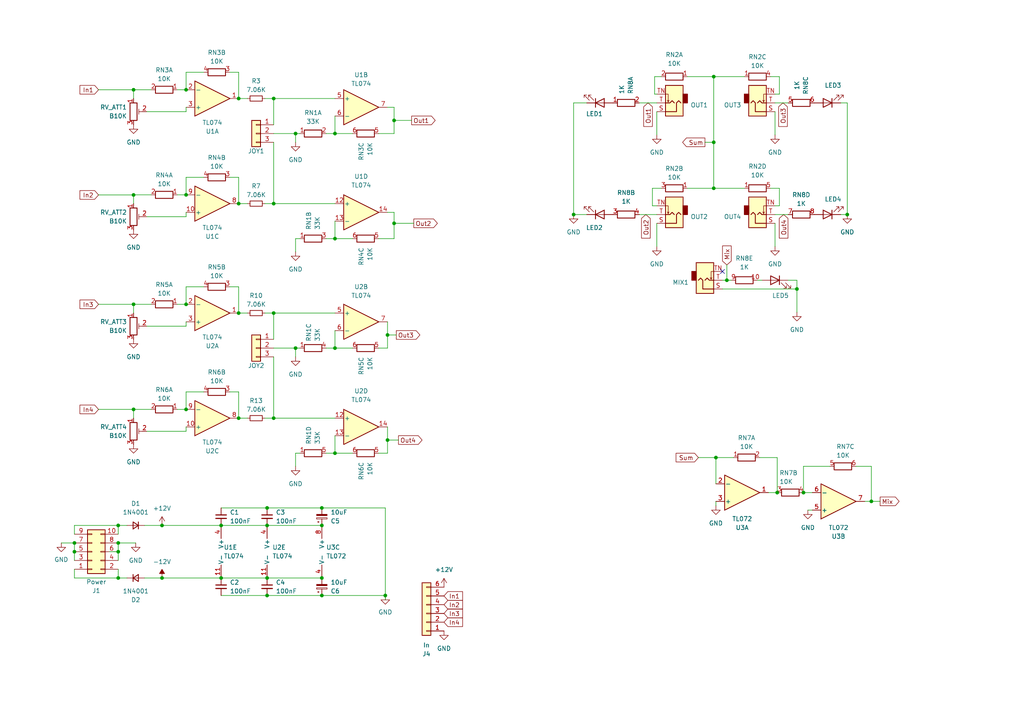
<source format=kicad_sch>
(kicad_sch (version 20230121) (generator eeschema)
  (paper "A4")
  (lib_symbols
    (symbol "Amplifier_Operational:TL072" (pin_names (offset 0.127))
      (property "Reference" "U" (at 0 5.08 0))
      (property "Value" "TL072" (at 0 -5.08 0))
      (symbol "TL072_1_1"
        (polyline (pts (xy -5.08 5.08) (xy 5.08 0) (xy -5.08 -5.08) (xy -5.08 5.08)) (stroke (width 0.254)) (fill (type background)))
        (pin output line (at 7.62 0 180) (length 2.54) (name "~") (number "1"))
        (pin input line (at -7.62 -2.54 0) (length 2.54) (name "-") (number "2"))
        (pin input line (at -7.62 2.54 0) (length 2.54) (name "+") (number "3"))
      )
      (symbol "TL072_2_1"
        (polyline (pts (xy -5.08 5.08) (xy 5.08 0) (xy -5.08 -5.08) (xy -5.08 5.08)) (stroke (width 0.254)) (fill (type background)))
        (pin input line (at -7.62 2.54 0) (length 2.54) (name "+") (number "5"))
        (pin input line (at -7.62 -2.54 0) (length 2.54) (name "-") (number "6"))
        (pin output line (at 7.62 0 180) (length 2.54) (name "~") (number "7"))
      )
      (symbol "TL072_3_1"
        (pin power_in line (at -2.54 -7.62 90) (length 3.81) (name "V-") (number "4"))
        (pin power_in line (at -2.54 7.62 270) (length 3.81) (name "V+") (number "8"))
      )
    )
    (symbol "Amplifier_Operational:TL074" (pin_names (offset 0.127))
      (property "Reference" "U" (at 0 5.08 0))
      (property "Value" "TL074" (at 0 -5.08 0))
      (symbol "TL074_1_1"
        (polyline (pts (xy -5.08 5.08) (xy 5.08 0) (xy -5.08 -5.08) (xy -5.08 5.08)) (stroke (width 0.254)) (fill (type background)))
        (pin output line (at 7.62 0 180) (length 2.54) (name "~") (number "1"))
        (pin input line (at -7.62 -2.54 0) (length 2.54) (name "-") (number "2"))
        (pin input line (at -7.62 2.54 0) (length 2.54) (name "+") (number "3"))
      )
      (symbol "TL074_2_1"
        (polyline (pts (xy -5.08 5.08) (xy 5.08 0) (xy -5.08 -5.08) (xy -5.08 5.08)) (stroke (width 0.254)) (fill (type background)))
        (pin input line (at -7.62 2.54 0) (length 2.54) (name "+") (number "5"))
        (pin input line (at -7.62 -2.54 0) (length 2.54) (name "-") (number "6"))
        (pin output line (at 7.62 0 180) (length 2.54) (name "~") (number "7"))
      )
      (symbol "TL074_3_1"
        (polyline (pts (xy -5.08 5.08) (xy 5.08 0) (xy -5.08 -5.08) (xy -5.08 5.08)) (stroke (width 0.254)) (fill (type background)))
        (pin input line (at -7.62 2.54 0) (length 2.54) (name "+") (number "10"))
        (pin output line (at 7.62 0 180) (length 2.54) (name "~") (number "8"))
        (pin input line (at -7.62 -2.54 0) (length 2.54) (name "-") (number "9"))
      )
      (symbol "TL074_4_1"
        (polyline (pts (xy -5.08 5.08) (xy 5.08 0) (xy -5.08 -5.08) (xy -5.08 5.08)) (stroke (width 0.254)) (fill (type background)))
        (pin input line (at -7.62 2.54 0) (length 2.54) (name "+") (number "12"))
        (pin input line (at -7.62 -2.54 0) (length 2.54) (name "-") (number "13"))
        (pin output line (at 7.62 0 180) (length 2.54) (name "~") (number "14"))
      )
      (symbol "TL074_5_1"
        (pin power_in line (at -2.54 -7.62 90) (length 3.81) (name "V-") (number "11"))
        (pin power_in line (at -2.54 7.62 270) (length 3.81) (name "V+") (number "4"))
      )
    )
    (symbol "Connector_Audio:AudioJack2_SwitchT"
      (property "Reference" "J" (at 0 8.89 0))
      (property "Value" "AudioJack2_SwitchT" (at 0 6.35 0))
      (symbol "AudioJack2_SwitchT_0_1"
        (rectangle (start -2.54 0) (end -3.81 -2.54) (stroke (width 0.254)) (fill (type outline)))
        (polyline (pts (xy 1.778 -0.254) (xy 2.032 -0.762)))
        (polyline (pts (xy 0 0) (xy 0.635 -0.635) (xy 1.27 0) (xy 2.54 0)) (stroke (width 0.254)))
        (polyline (pts (xy 2.54 -2.54) (xy 1.778 -2.54) (xy 1.778 -0.254) (xy 1.524 -0.762)))
        (polyline (pts (xy 2.54 2.54) (xy -0.635 2.54) (xy -0.635 0) (xy -1.27 -0.635) (xy -1.905 0)) (stroke (width 0.254)))
        (rectangle (start 2.54 3.81) (end -2.54 -5.08) (stroke (width 0.254)) (fill (type background)))
      )
      (symbol "AudioJack2_SwitchT_1_1"
        (pin passive line (at 5.08 2.54 180) (length 2.54) (name "~") (number "S"))
        (pin passive line (at 5.08 0 180) (length 2.54) (name "~") (number "T"))
        (pin passive line (at 5.08 -2.54 180) (length 2.54) (name "~") (number "TN"))
      )
    )
    (symbol "Connector_Generic:Conn_01x03" (pin_names (offset 1.016) hide)
      (property "Reference" "J" (at 0 5.08 0))
      (property "Value" "Conn_01x03" (at 0 -5.08 0))
      (symbol "Conn_01x03_1_1"
        (rectangle (start -1.27 -2.413) (end 0 -2.667) (stroke (width 0.1524)))
        (rectangle (start -1.27 0.127) (end 0 -0.127) (stroke (width 0.1524)))
        (rectangle (start -1.27 2.667) (end 0 2.413) (stroke (width 0.1524)))
        (rectangle (start -1.27 3.81) (end 1.27 -3.81) (stroke (width 0.254)) (fill (type background)))
        (pin passive line (at -5.08 2.54 0) (length 3.81) (name "Pin_1") (number "1"))
        (pin passive line (at -5.08 0 0) (length 3.81) (name "Pin_2") (number "2"))
        (pin passive line (at -5.08 -2.54 0) (length 3.81) (name "Pin_3") (number "3"))
      )
    )
    (symbol "Connector_Generic:Conn_01x06" (pin_names (offset 1.016) hide)
      (property "Reference" "J" (at 0 7.62 0))
      (property "Value" "Conn_01x06" (at 0 -10.16 0))
      (symbol "Conn_01x06_1_1"
        (rectangle (start -1.27 -7.493) (end 0 -7.747) (stroke (width 0.1524)))
        (rectangle (start -1.27 -4.953) (end 0 -5.207) (stroke (width 0.1524)))
        (rectangle (start -1.27 -2.413) (end 0 -2.667) (stroke (width 0.1524)))
        (rectangle (start -1.27 0.127) (end 0 -0.127) (stroke (width 0.1524)))
        (rectangle (start -1.27 2.667) (end 0 2.413) (stroke (width 0.1524)))
        (rectangle (start -1.27 5.207) (end 0 4.953) (stroke (width 0.1524)))
        (rectangle (start -1.27 6.35) (end 1.27 -8.89) (stroke (width 0.254)) (fill (type background)))
        (pin passive line (at -5.08 5.08 0) (length 3.81) (name "Pin_1") (number "1"))
        (pin passive line (at -5.08 2.54 0) (length 3.81) (name "Pin_2") (number "2"))
        (pin passive line (at -5.08 0 0) (length 3.81) (name "Pin_3") (number "3"))
        (pin passive line (at -5.08 -2.54 0) (length 3.81) (name "Pin_4") (number "4"))
        (pin passive line (at -5.08 -5.08 0) (length 3.81) (name "Pin_5") (number "5"))
        (pin passive line (at -5.08 -7.62 0) (length 3.81) (name "Pin_6") (number "6"))
      )
    )
    (symbol "Connector_Generic:Conn_02x05_Odd_Even" (pin_names (offset 1.016) hide)
      (property "Reference" "J" (at 1.27 7.62 0))
      (property "Value" "Conn_02x05_Odd_Even" (at 1.27 -7.62 0))
      (symbol "Conn_02x05_Odd_Even_1_1"
        (rectangle (start -1.27 -4.953) (end 0 -5.207) (stroke (width 0.1524)))
        (rectangle (start -1.27 -2.413) (end 0 -2.667) (stroke (width 0.1524)))
        (rectangle (start -1.27 0.127) (end 0 -0.127) (stroke (width 0.1524)))
        (rectangle (start -1.27 2.667) (end 0 2.413) (stroke (width 0.1524)))
        (rectangle (start -1.27 5.207) (end 0 4.953) (stroke (width 0.1524)))
        (rectangle (start -1.27 6.35) (end 3.81 -6.35) (stroke (width 0.254)) (fill (type background)))
        (rectangle (start 3.81 -4.953) (end 2.54 -5.207) (stroke (width 0.1524)))
        (rectangle (start 3.81 -2.413) (end 2.54 -2.667) (stroke (width 0.1524)))
        (rectangle (start 3.81 0.127) (end 2.54 -0.127) (stroke (width 0.1524)))
        (rectangle (start 3.81 2.667) (end 2.54 2.413) (stroke (width 0.1524)))
        (rectangle (start 3.81 5.207) (end 2.54 4.953) (stroke (width 0.1524)))
        (pin passive line (at -5.08 5.08 0) (length 3.81) (name "Pin_1") (number "1"))
        (pin passive line (at 7.62 -5.08 180) (length 3.81) (name "Pin_10") (number "10"))
        (pin passive line (at 7.62 5.08 180) (length 3.81) (name "Pin_2") (number "2"))
        (pin passive line (at -5.08 2.54 0) (length 3.81) (name "Pin_3") (number "3"))
        (pin passive line (at 7.62 2.54 180) (length 3.81) (name "Pin_4") (number "4"))
        (pin passive line (at -5.08 0 0) (length 3.81) (name "Pin_5") (number "5"))
        (pin passive line (at 7.62 0 180) (length 3.81) (name "Pin_6") (number "6"))
        (pin passive line (at -5.08 -2.54 0) (length 3.81) (name "Pin_7") (number "7"))
        (pin passive line (at 7.62 -2.54 180) (length 3.81) (name "Pin_8") (number "8"))
        (pin passive line (at -5.08 -5.08 0) (length 3.81) (name "Pin_9") (number "9"))
      )
    )
    (symbol "Device:C_Polarized_Small" (pin_numbers hide) (pin_names (offset 0.254) hide)
      (property "Reference" "C" (at 0.254 1.778 0))
      (property "Value" "C_Polarized_Small" (at 0.254 -2.032 0))
      (symbol "C_Polarized_Small_0_1"
        (rectangle (start -1.524 -0.3048) (end 1.524 -0.6858) (fill (type outline)))
        (rectangle (start -1.524 0.6858) (end 1.524 0.3048))
        (polyline (pts (xy -1.27 1.524) (xy -0.762 1.524)))
        (polyline (pts (xy -1.016 1.27) (xy -1.016 1.778)))
      )
      (symbol "C_Polarized_Small_1_1"
        (pin passive line (at 0 2.54 270) (length 1.8542) (name "~") (number "1"))
        (pin passive line (at 0 -2.54 90) (length 1.8542) (name "~") (number "2"))
      )
    )
    (symbol "Device:C_Small" (pin_numbers hide) (pin_names (offset 0.254) hide)
      (property "Reference" "C" (at 0.254 1.778 0))
      (property "Value" "C_Small" (at 0.254 -2.032 0))
      (symbol "C_Small_0_1"
        (polyline (pts (xy -1.524 -0.508) (xy 1.524 -0.508)) (stroke (width 0.3302)))
        (polyline (pts (xy -1.524 0.508) (xy 1.524 0.508)) (stroke (width 0.3048)))
      )
      (symbol "C_Small_1_1"
        (pin passive line (at 0 2.54 270) (length 2.032) (name "~") (number "1"))
        (pin passive line (at 0 -2.54 90) (length 2.032) (name "~") (number "2"))
      )
    )
    (symbol "Device:D_Small" (pin_numbers hide) (pin_names (offset 0.254) hide)
      (property "Reference" "D" (at -1.27 2.032 0))
      (property "Value" "D_Small" (at -3.81 -2.032 0))
      (symbol "D_Small_0_1"
        (polyline (pts (xy -0.762 -1.016) (xy -0.762 1.016)) (stroke (width 0.254)))
        (polyline (pts (xy -0.762 0) (xy 0.762 0)))
        (polyline (pts (xy 0.762 -1.016) (xy -0.762 0) (xy 0.762 1.016) (xy 0.762 -1.016)) (stroke (width 0.254)))
      )
      (symbol "D_Small_1_1"
        (pin passive line (at -2.54 0 0) (length 1.778) (name "K") (number "1"))
        (pin passive line (at 2.54 0 180) (length 1.778) (name "A") (number "2"))
      )
    )
    (symbol "Device:LED" (pin_numbers hide) (pin_names (offset 1.016) hide)
      (property "Reference" "D" (at 0 2.54 0))
      (property "Value" "LED" (at 0 -2.54 0))
      (symbol "LED_0_1"
        (polyline (pts (xy -1.27 -1.27) (xy -1.27 1.27)) (stroke (width 0.254)))
        (polyline (pts (xy -1.27 0) (xy 1.27 0)))
        (polyline (pts (xy 1.27 -1.27) (xy 1.27 1.27) (xy -1.27 0) (xy 1.27 -1.27)) (stroke (width 0.254)))
        (polyline (pts (xy -3.048 -0.762) (xy -4.572 -2.286) (xy -3.81 -2.286) (xy -4.572 -2.286) (xy -4.572 -1.524)))
        (polyline (pts (xy -1.778 -0.762) (xy -3.302 -2.286) (xy -2.54 -2.286) (xy -3.302 -2.286) (xy -3.302 -1.524)))
      )
      (symbol "LED_1_1"
        (pin passive line (at -3.81 0 0) (length 2.54) (name "K") (number "1"))
        (pin passive line (at 3.81 0 180) (length 2.54) (name "A") (number "2"))
      )
    )
    (symbol "Device:R_Network04_Split" (pin_names (offset 0) hide)
      (property "Reference" "RN" (at 2.032 0 90))
      (property "Value" "R_Network04_Split" (at 0 0 90))
      (symbol "R_Network04_Split_0_1"
        (rectangle (start 1.016 2.54) (end -1.016 -2.54) (stroke (width 0.254)))
        (pin passive line (at 0 3.81 270) (length 1.27) (name "R1") (number "1"))
      )
      (symbol "R_Network04_Split_1_1"
        (pin passive line (at 0 -3.81 90) (length 1.27) (name "R1.2") (number "2"))
      )
      (symbol "R_Network04_Split_2_1"
        (pin passive line (at 0 -3.81 90) (length 1.27) (name "R2.2") (number "3"))
      )
      (symbol "R_Network04_Split_3_1"
        (pin passive line (at 0 -3.81 90) (length 1.27) (name "R3.2") (number "4"))
      )
      (symbol "R_Network04_Split_4_1"
        (pin passive line (at 0 -3.81 90) (length 1.27) (name "R4.2") (number "5"))
      )
    )
    (symbol "Device:R_Pack03_SIP_Split" (pin_names (offset 0) hide)
      (property "Reference" "RN" (at 2.032 0 90))
      (property "Value" "R_Pack03_SIP_Split" (at 0 0 90))
      (symbol "R_Pack03_SIP_Split_0_1"
        (rectangle (start 1.016 2.54) (end -1.016 -2.54) (stroke (width 0.254)))
      )
      (symbol "R_Pack03_SIP_Split_1_1"
        (pin passive line (at 0 -3.81 90) (length 1.27) (name "R1.1") (number "1"))
        (pin passive line (at 0 3.81 270) (length 1.27) (name "R1.2") (number "2"))
      )
      (symbol "R_Pack03_SIP_Split_2_1"
        (pin passive line (at 0 -3.81 90) (length 1.27) (name "R2.1") (number "3"))
        (pin passive line (at 0 3.81 270) (length 1.27) (name "R2.2") (number "4"))
      )
      (symbol "R_Pack03_SIP_Split_3_1"
        (pin passive line (at 0 -3.81 90) (length 1.27) (name "R3.1") (number "5"))
        (pin passive line (at 0 3.81 270) (length 1.27) (name "R3.2") (number "6"))
      )
    )
    (symbol "Device:R_Pack05_SIP_Split" (pin_names (offset 0) hide)
      (property "Reference" "RN" (at 2.032 0 90))
      (property "Value" "R_Pack05_SIP_Split" (at 0 0 90))
      (symbol "R_Pack05_SIP_Split_0_1"
        (rectangle (start 1.016 2.54) (end -1.016 -2.54) (stroke (width 0.254)))
      )
      (symbol "R_Pack05_SIP_Split_1_1"
        (pin passive line (at 0 -3.81 90) (length 1.27) (name "R1.1") (number "1"))
        (pin passive line (at 0 3.81 270) (length 1.27) (name "R1.2") (number "2"))
      )
      (symbol "R_Pack05_SIP_Split_2_1"
        (pin passive line (at 0 -3.81 90) (length 1.27) (name "R2.1") (number "3"))
        (pin passive line (at 0 3.81 270) (length 1.27) (name "R2.2") (number "4"))
      )
      (symbol "R_Pack05_SIP_Split_3_1"
        (pin passive line (at 0 -3.81 90) (length 1.27) (name "R3.1") (number "5"))
        (pin passive line (at 0 3.81 270) (length 1.27) (name "R3.2") (number "6"))
      )
      (symbol "R_Pack05_SIP_Split_4_1"
        (pin passive line (at 0 -3.81 90) (length 1.27) (name "R4.1") (number "7"))
        (pin passive line (at 0 3.81 270) (length 1.27) (name "R4.2") (number "8"))
      )
      (symbol "R_Pack05_SIP_Split_5_1"
        (pin passive line (at 0 3.81 270) (length 1.27) (name "R5.2") (number "10"))
        (pin passive line (at 0 -3.81 90) (length 1.27) (name "R5.1") (number "9"))
      )
    )
    (symbol "Device:R_Potentiometer_Trim" (pin_names (offset 1.016) hide)
      (property "Reference" "RV" (at -4.445 0 90))
      (property "Value" "R_Potentiometer_Trim" (at -2.54 0 90))
      (symbol "R_Potentiometer_Trim_0_1"
        (polyline (pts (xy 1.524 0.762) (xy 1.524 -0.762)))
        (polyline (pts (xy 2.54 0) (xy 1.524 0)))
        (rectangle (start 1.016 2.54) (end -1.016 -2.54) (stroke (width 0.254)))
      )
      (symbol "R_Potentiometer_Trim_1_1"
        (pin passive line (at 0 3.81 270) (length 1.27) (name "1") (number "1"))
        (pin passive line (at 3.81 0 180) (length 1.27) (name "2") (number "2"))
        (pin passive line (at 0 -3.81 90) (length 1.27) (name "3") (number "3"))
      )
    )
    (symbol "Device:R_Small" (pin_numbers hide) (pin_names (offset 0.254) hide)
      (property "Reference" "R" (at 0.762 0.508 0))
      (property "Value" "R_Small" (at 0.762 -1.016 0))
      (symbol "R_Small_0_1"
        (rectangle (start -0.762 1.778) (end 0.762 -1.778) (stroke (width 0.2032)))
      )
      (symbol "R_Small_1_1"
        (pin passive line (at 0 2.54 270) (length 0.762) (name "~") (number "1"))
        (pin passive line (at 0 -2.54 90) (length 0.762) (name "~") (number "2"))
      )
    )
    (symbol "power:+12V" (power) (pin_names (offset 0))
      (property "Value" "+12V" (at 0 3.556 0))
      (symbol "+12V_0_1"
        (polyline (pts (xy -0.762 1.27) (xy 0 2.54)))
        (polyline (pts (xy 0 0) (xy 0 2.54)))
        (polyline (pts (xy 0 2.54) (xy 0.762 1.27)))
      )
      (symbol "+12V_1_1"
        (pin power_in line (at 0 0 90) (length 0) hide (name "+12V") (number "1"))
      )
    )
    (symbol "power:-12V" (power) (pin_names (offset 0))
      (property "Value" "-12V" (at 0 3.81 0))
      (symbol "-12V_0_0"
        (pin power_in line (at 0 0 90) (length 0) hide (name "-12V") (number "1"))
      )
      (symbol "-12V_0_1"
        (polyline (pts (xy 0 0) (xy 0 1.27) (xy 0.762 1.27) (xy 0 2.54) (xy -0.762 1.27) (xy 0 1.27)) (fill (type outline)))
      )
    )
    (symbol "power:GND" (power) (pin_names (offset 0))
      (property "Value" "GND" (at 0 -3.81 0))
      (symbol "GND_0_1"
        (polyline (pts (xy 0 0) (xy 0 -1.27) (xy 1.27 -1.27) (xy 0 -2.54) (xy -1.27 -1.27) (xy 0 -1.27)))
      )
      (symbol "GND_1_1"
        (pin power_in line (at 0 0 270) (length 0) hide (name "GND") (number "1"))
      )
    )
  )
  (junction (at 64.135 167.64))
  (junction (at 93.345 172.72))
  (junction (at 46.99 167.64))
  (junction (at 225.425 142.875))
  (junction (at 69.215 28.575))
  (junction (at 210.82 81.28))
  (junction (at 79.375 28.575))
  (junction (at 231.14 83.82))
  (junction (at 112.395 127.635))
  (junction (at 34.29 152.4))
  (junction (at 166.37 62.23))
  (junction (at 97.155 100.965))
  (junction (at 69.215 90.805))
  (junction (at 93.345 147.32))
  (junction (at 64.135 152.4))
  (junction (at 252.73 145.415))
  (junction (at 112.395 97.155))
  (junction (at 77.47 172.72))
  (junction (at 38.735 118.745))
  (junction (at 79.375 121.285))
  (junction (at 85.725 38.735))
  (junction (at 93.345 152.4))
  (junction (at 114.3 64.77))
  (junction (at 53.975 56.515))
  (junction (at 79.375 59.055))
  (junction (at 85.725 100.965))
  (junction (at 207.01 22.225))
  (junction (at 53.975 26.035))
  (junction (at 207.01 41.275))
  (junction (at 114.3 34.925))
  (junction (at 207.645 132.715))
  (junction (at 77.47 152.4))
  (junction (at 34.29 157.48))
  (junction (at 21.59 157.48))
  (junction (at 38.735 26.035))
  (junction (at 77.47 147.32))
  (junction (at 53.975 118.745))
  (junction (at 77.47 167.64))
  (junction (at 38.735 56.5404))
  (junction (at 53.975 88.265))
  (junction (at 34.29 160.02))
  (junction (at 21.59 160.02))
  (junction (at 93.345 167.64))
  (junction (at 111.76 172.72))
  (junction (at 69.215 59.055))
  (junction (at 97.155 131.445))
  (junction (at 34.29 167.64))
  (junction (at 245.745 62.23))
  (junction (at 233.045 142.875))
  (junction (at 97.155 69.215))
  (junction (at 38.735 88.265))
  (junction (at 207.01 54.61))
  (junction (at 79.375 90.805))
  (junction (at 97.155 38.735))
  (junction (at 69.215 121.285))
  (junction (at 46.99 152.4))
  (no_connect (at 209.55 78.74))
  (wire (pts (xy 245.745 29.845) (xy 245.745 62.23)))
  (wire (pts (xy 42.545 94.615) (xy 53.975 94.615)))
  (wire (pts (xy 166.37 29.845) (xy 170.18 29.845)))
  (wire (pts (xy 66.675 51.435) (xy 69.215 51.435)))
  (wire (pts (xy 34.29 167.64) (xy 34.29 165.1)))
  (wire (pts (xy 76.835 90.805) (xy 79.375 90.805)))
  (wire (pts (xy 77.47 172.72) (xy 93.345 172.72)))
  (wire (pts (xy 28.575 56.5404) (xy 38.735 56.5404)))
  (wire (pts (xy 226.06 59.69) (xy 224.79 59.69)))
  (wire (pts (xy 85.725 135.255) (xy 85.725 131.445)))
  (wire (pts (xy 77.47 152.4) (xy 93.345 152.4)))
  (wire (pts (xy 28.575 118.745) (xy 38.735 118.745)))
  (wire (pts (xy 212.09 81.28) (xy 210.82 81.28)))
  (wire (pts (xy 97.155 100.965) (xy 102.235 100.965)))
  (wire (pts (xy 245.745 62.23) (xy 243.84 62.23)))
  (wire (pts (xy 209.55 83.82) (xy 231.14 83.82)))
  (wire (pts (xy 202.565 132.715) (xy 207.645 132.715)))
  (wire (pts (xy 53.975 20.955) (xy 53.975 26.035)))
  (wire (pts (xy 28.575 26.035) (xy 38.735 26.035)))
  (wire (pts (xy 69.215 83.185) (xy 69.215 90.805)))
  (wire (pts (xy 97.155 100.965) (xy 94.615 100.965)))
  (wire (pts (xy 224.79 62.23) (xy 228.6 62.23)))
  (wire (pts (xy 34.29 152.4) (xy 34.29 154.94)))
  (wire (pts (xy 226.06 27.305) (xy 224.79 27.305)))
  (wire (pts (xy 224.79 32.385) (xy 224.79 39.116)))
  (wire (pts (xy 64.135 152.4) (xy 77.47 152.4)))
  (wire (pts (xy 21.59 160.02) (xy 21.59 162.56)))
  (wire (pts (xy 199.39 54.61) (xy 207.01 54.61)))
  (wire (pts (xy 59.055 83.185) (xy 53.975 83.185)))
  (wire (pts (xy 112.395 123.825) (xy 112.395 127.635)))
  (wire (pts (xy 85.725 103.505) (xy 85.725 100.965)))
  (wire (pts (xy 69.215 113.665) (xy 69.215 121.285)))
  (wire (pts (xy 220.345 132.715) (xy 225.425 132.715)))
  (wire (pts (xy 53.975 83.185) (xy 53.975 88.265)))
  (wire (pts (xy 64.135 167.64) (xy 77.47 167.64)))
  (wire (pts (xy 34.29 157.48) (xy 34.29 160.02)))
  (wire (pts (xy 93.345 172.72) (xy 111.76 172.72)))
  (wire (pts (xy 41.91 152.4) (xy 46.99 152.4)))
  (wire (pts (xy 42.545 125.095) (xy 53.975 125.095)))
  (wire (pts (xy 53.975 51.435) (xy 59.055 51.435)))
  (wire (pts (xy 185.42 29.845) (xy 190.5 29.845)))
  (wire (pts (xy 53.975 61.595) (xy 53.975 62.865)))
  (wire (pts (xy 53.975 113.665) (xy 59.055 113.665)))
  (wire (pts (xy 189.23 59.69) (xy 190.5 59.69)))
  (wire (pts (xy 85.725 100.965) (xy 86.995 100.965)))
  (wire (pts (xy 114.3 64.77) (xy 114.3 61.595)))
  (wire (pts (xy 66.675 20.955) (xy 69.215 20.955)))
  (wire (pts (xy 111.76 147.32) (xy 111.76 172.72)))
  (wire (pts (xy 21.59 157.48) (xy 21.59 160.02)))
  (wire (pts (xy 36.83 167.64) (xy 34.29 167.64)))
  (wire (pts (xy 225.425 142.875) (xy 222.885 142.875)))
  (wire (pts (xy 223.52 22.225) (xy 226.06 22.225)))
  (wire (pts (xy 77.47 167.64) (xy 93.345 167.64)))
  (wire (pts (xy 234.315 147.955) (xy 235.585 147.955)))
  (wire (pts (xy 233.045 135.255) (xy 233.045 142.875)))
  (wire (pts (xy 66.675 83.185) (xy 69.215 83.185)))
  (wire (pts (xy 21.59 152.4) (xy 21.59 154.94)))
  (wire (pts (xy 28.575 88.265) (xy 38.735 88.265)))
  (wire (pts (xy 115.57 127.635) (xy 112.395 127.635)))
  (wire (pts (xy 109.855 100.965) (xy 112.395 100.965)))
  (wire (pts (xy 79.375 38.735) (xy 85.725 38.735)))
  (wire (pts (xy 31.75 160.02) (xy 34.29 160.02)))
  (wire (pts (xy 189.865 27.305) (xy 190.5 27.305)))
  (wire (pts (xy 185.42 62.23) (xy 190.5 62.23)))
  (wire (pts (xy 112.395 93.345) (xy 112.395 97.155)))
  (wire (pts (xy 85.725 69.215) (xy 86.995 69.215)))
  (wire (pts (xy 21.59 167.64) (xy 34.29 167.64)))
  (wire (pts (xy 21.59 165.1) (xy 21.59 167.64)))
  (wire (pts (xy 38.735 56.5404) (xy 38.735 59.055)))
  (wire (pts (xy 191.77 54.61) (xy 189.23 54.61)))
  (wire (pts (xy 210.82 81.28) (xy 209.55 81.28)))
  (wire (pts (xy 97.155 33.655) (xy 97.155 38.735)))
  (wire (pts (xy 69.215 121.285) (xy 71.755 121.285)))
  (wire (pts (xy 59.055 20.955) (xy 53.975 20.955)))
  (wire (pts (xy 248.285 135.255) (xy 252.73 135.255)))
  (wire (pts (xy 199.39 22.225) (xy 207.01 22.225)))
  (wire (pts (xy 228.6 81.28) (xy 231.14 81.28)))
  (wire (pts (xy 252.73 135.255) (xy 252.73 145.415)))
  (wire (pts (xy 190.5 64.77) (xy 190.5 71.501)))
  (wire (pts (xy 66.675 113.665) (xy 69.215 113.665)))
  (wire (pts (xy 114.3 69.215) (xy 114.3 64.77)))
  (wire (pts (xy 79.375 59.055) (xy 97.155 59.055)))
  (wire (pts (xy 79.375 41.275) (xy 79.375 59.055)))
  (wire (pts (xy 38.735 56.515) (xy 43.815 56.515)))
  (wire (pts (xy 85.725 73.025) (xy 85.725 69.215)))
  (wire (pts (xy 231.14 83.82) (xy 231.14 90.551)))
  (wire (pts (xy 53.975 113.665) (xy 53.975 118.745)))
  (wire (pts (xy 53.975 51.435) (xy 53.975 56.515)))
  (wire (pts (xy 85.725 41.275) (xy 85.725 38.735)))
  (wire (pts (xy 76.835 28.575) (xy 79.375 28.575)))
  (wire (pts (xy 38.735 118.745) (xy 43.815 118.745)))
  (wire (pts (xy 166.37 62.23) (xy 170.18 62.23)))
  (wire (pts (xy 114.3 34.925) (xy 119.38 34.925)))
  (wire (pts (xy 233.045 135.255) (xy 240.665 135.255)))
  (wire (pts (xy 77.47 147.32) (xy 93.345 147.32)))
  (wire (pts (xy 79.375 103.505) (xy 79.375 121.285)))
  (wire (pts (xy 204.47 41.275) (xy 207.01 41.275)))
  (wire (pts (xy 114.3 64.77) (xy 120.015 64.77)))
  (wire (pts (xy 38.735 56.515) (xy 38.735 56.5404)))
  (wire (pts (xy 252.73 145.415) (xy 255.27 145.415)))
  (wire (pts (xy 51.435 56.515) (xy 53.975 56.515)))
  (wire (pts (xy 220.98 81.28) (xy 219.71 81.28)))
  (wire (pts (xy 69.215 20.955) (xy 69.215 28.575)))
  (wire (pts (xy 21.59 152.4) (xy 34.29 152.4)))
  (wire (pts (xy 53.975 93.345) (xy 53.975 94.615)))
  (wire (pts (xy 79.375 121.285) (xy 97.155 121.285)))
  (wire (pts (xy 207.645 140.335) (xy 207.645 132.715)))
  (wire (pts (xy 85.725 131.445) (xy 86.995 131.445)))
  (wire (pts (xy 111.76 173.99) (xy 111.76 172.72)))
  (wire (pts (xy 207.645 132.715) (xy 212.725 132.715)))
  (wire (pts (xy 207.645 146.685) (xy 207.645 145.415)))
  (wire (pts (xy 76.835 121.285) (xy 79.375 121.285)))
  (wire (pts (xy 38.735 88.265) (xy 38.735 90.805)))
  (wire (pts (xy 42.545 62.865) (xy 53.975 62.865)))
  (wire (pts (xy 51.435 88.265) (xy 53.975 88.265)))
  (wire (pts (xy 38.735 118.745) (xy 38.735 121.285)))
  (wire (pts (xy 109.855 69.215) (xy 114.3 69.215)))
  (wire (pts (xy 233.045 142.875) (xy 235.585 142.875)))
  (wire (pts (xy 79.375 90.805) (xy 97.155 90.805)))
  (wire (pts (xy 114.3 31.115) (xy 112.395 31.115)))
  (wire (pts (xy 69.215 90.805) (xy 71.755 90.805)))
  (wire (pts (xy 69.215 59.055) (xy 71.755 59.055)))
  (wire (pts (xy 226.06 54.61) (xy 226.06 59.69)))
  (wire (pts (xy 97.155 95.885) (xy 97.155 100.965)))
  (wire (pts (xy 38.735 26.035) (xy 43.815 26.035)))
  (wire (pts (xy 34.29 157.48) (xy 39.37 157.48)))
  (wire (pts (xy 97.155 131.445) (xy 102.235 131.445)))
  (wire (pts (xy 38.735 26.035) (xy 38.735 28.575)))
  (wire (pts (xy 207.01 41.275) (xy 207.01 22.225)))
  (wire (pts (xy 226.06 22.225) (xy 226.06 27.305)))
  (wire (pts (xy 53.975 31.115) (xy 53.975 32.385)))
  (wire (pts (xy 79.375 100.965) (xy 85.725 100.965)))
  (wire (pts (xy 79.375 90.805) (xy 79.375 98.425)))
  (wire (pts (xy 41.91 167.64) (xy 46.99 167.64)))
  (wire (pts (xy 109.855 38.735) (xy 114.3 38.735)))
  (wire (pts (xy 114.935 97.155) (xy 112.395 97.155)))
  (wire (pts (xy 207.01 54.61) (xy 207.01 41.275)))
  (wire (pts (xy 225.425 132.715) (xy 225.425 142.875)))
  (wire (pts (xy 34.29 160.02) (xy 34.29 162.56)))
  (wire (pts (xy 112.395 127.635) (xy 112.395 131.445)))
  (wire (pts (xy 53.975 123.825) (xy 53.975 125.095)))
  (wire (pts (xy 114.3 61.595) (xy 112.395 61.595)))
  (wire (pts (xy 114.3 34.925) (xy 114.3 38.735)))
  (wire (pts (xy 223.52 54.61) (xy 226.06 54.61)))
  (wire (pts (xy 97.155 69.215) (xy 102.235 69.215)))
  (wire (pts (xy 97.155 38.735) (xy 102.235 38.735)))
  (wire (pts (xy 112.395 97.155) (xy 112.395 100.965)))
  (wire (pts (xy 97.155 69.215) (xy 94.615 69.215)))
  (wire (pts (xy 46.99 167.64) (xy 64.135 167.64)))
  (wire (pts (xy 46.99 152.4) (xy 64.135 152.4)))
  (wire (pts (xy 191.77 22.225) (xy 189.865 22.225)))
  (wire (pts (xy 245.745 29.845) (xy 243.84 29.845)))
  (wire (pts (xy 97.155 126.365) (xy 97.155 131.445)))
  (wire (pts (xy 114.3 31.115) (xy 114.3 34.925)))
  (wire (pts (xy 17.78 157.48) (xy 21.59 157.48)))
  (wire (pts (xy 64.135 172.72) (xy 77.47 172.72)))
  (wire (pts (xy 79.375 28.575) (xy 97.155 28.575)))
  (wire (pts (xy 64.135 147.32) (xy 77.47 147.32)))
  (wire (pts (xy 207.01 22.225) (xy 215.9 22.225)))
  (wire (pts (xy 42.545 32.385) (xy 53.975 32.385)))
  (wire (pts (xy 97.155 64.135) (xy 97.155 69.215)))
  (wire (pts (xy 231.14 81.28) (xy 231.14 83.82)))
  (wire (pts (xy 69.215 28.575) (xy 71.755 28.575)))
  (wire (pts (xy 76.835 59.055) (xy 79.375 59.055)))
  (wire (pts (xy 85.725 38.735) (xy 86.995 38.735)))
  (wire (pts (xy 34.29 152.4) (xy 36.83 152.4)))
  (wire (pts (xy 210.82 76.835) (xy 210.82 81.28)))
  (wire (pts (xy 166.37 62.23) (xy 166.37 29.845)))
  (wire (pts (xy 250.825 145.415) (xy 252.73 145.415)))
  (wire (pts (xy 69.215 51.435) (xy 69.215 59.055)))
  (wire (pts (xy 79.375 28.575) (xy 79.375 36.195)))
  (wire (pts (xy 190.5 32.385) (xy 190.5 39.116)))
  (wire (pts (xy 224.79 64.77) (xy 224.79 71.501)))
  (wire (pts (xy 224.79 29.845) (xy 228.6 29.845)))
  (wire (pts (xy 109.855 131.445) (xy 112.395 131.445)))
  (wire (pts (xy 189.23 54.61) (xy 189.23 59.69)))
  (wire (pts (xy 51.435 26.035) (xy 53.975 26.035)))
  (wire (pts (xy 189.865 22.225) (xy 189.865 27.305)))
  (wire (pts (xy 38.735 88.265) (xy 43.815 88.265)))
  (wire (pts (xy 97.155 38.735) (xy 94.615 38.735)))
  (wire (pts (xy 97.155 131.445) (xy 94.615 131.445)))
  (wire (pts (xy 215.9 54.61) (xy 207.01 54.61)))
  (wire (pts (xy 93.345 147.32) (xy 111.76 147.32)))
  (wire (pts (xy 51.435 118.745) (xy 53.975 118.745)))
  (global_label "Sum" (shape input) (at 202.565 132.715 180) (property "Intersheetrefs" "${INTERSHEET_REFS}" (effects hide)))
  (global_label "Sum" (shape output) (at 204.47 41.275 180) (property "Intersheetrefs" "${INTERSHEET_REFS}" (effects hide)))
  (global_label "In4" (shape input) (at 28.575 118.745 180) (property "Intersheetrefs" "${INTERSHEET_REFS}" (effects hide)))
  (global_label "Out3" (shape output) (at 114.935 97.155 0) (property "Intersheetrefs" "${INTERSHEET_REFS}" (effects hide)))
  (global_label "Out3" (shape input) (at 227.1014 29.845 270) (property "Intersheetrefs" "${INTERSHEET_REFS}" (effects hide)))
  (global_label "Mix" (shape output) (at 255.27 145.415 0) (property "Intersheetrefs" "${INTERSHEET_REFS}" (effects hide)))
  (global_label "Out1" (shape input) (at 187.96 29.845 270) (property "Intersheetrefs" "${INTERSHEET_REFS}" (effects hide)))
  (global_label "Out2" (shape input) (at 187.325 62.23 270) (property "Intersheetrefs" "${INTERSHEET_REFS}" (effects hide)))
  (global_label "Mix" (shape input) (at 210.82 76.835 90) (property "Intersheetrefs" "${INTERSHEET_REFS}" (effects hide)))
  (global_label "In2" (shape input) (at 128.778 175.387 0) (property "Intersheetrefs" "${INTERSHEET_REFS}" (effects hide)))
  (global_label "In4" (shape input) (at 128.778 180.467 0) (property "Intersheetrefs" "${INTERSHEET_REFS}" (effects hide)))
  (global_label "In1" (shape input) (at 28.575 26.035 180) (property "Intersheetrefs" "${INTERSHEET_REFS}" (effects hide)))
  (global_label "Out4" (shape output) (at 115.57 127.635 0) (property "Intersheetrefs" "${INTERSHEET_REFS}" (effects hide)))
  (global_label "In1" (shape input) (at 128.778 172.847 0) (property "Intersheetrefs" "${INTERSHEET_REFS}" (effects hide)))
  (global_label "In3" (shape input) (at 128.778 177.927 0) (property "Intersheetrefs" "${INTERSHEET_REFS}" (effects hide)))
  (global_label "In2" (shape input) (at 28.575 56.5404 180) (property "Intersheetrefs" "${INTERSHEET_REFS}" (effects hide)))
  (global_label "Out2" (shape output) (at 120.015 64.77 0) (property "Intersheetrefs" "${INTERSHEET_REFS}" (effects hide)))
  (global_label "Out4" (shape input) (at 227.2792 62.23 270) (property "Intersheetrefs" "${INTERSHEET_REFS}" (effects hide)))
  (global_label "In3" (shape input) (at 28.575 88.265 180) (property "Intersheetrefs" "${INTERSHEET_REFS}" (effects hide)))
  (global_label "Out1" (shape output) (at 119.38 34.925 0) (property "Intersheetrefs" "${INTERSHEET_REFS}" (effects hide)))
  (symbol (lib_id "Connector_Generic:Conn_01x06") (at 123.698 177.927 180) (unit 1)
    (property "Reference" "J4" (at 123.698 189.6618 0))
    (property "Value" "In" (at 123.698 187.1218 0))
    (property "Footprint" "Connector_PinHeader_2.54mm:PinHeader_1x06_P2.54mm_Vertical" (effects hide))
  )
  (symbol (lib_id "power:GND") (at 234.315 147.955 0) (unit 1)
    (property "Reference" "#PWR031" (effects hide))
    (property "Value" "GND" (at 234.315 153.035 0))
  )
  (symbol (lib_id "power:+12V") (at 46.99 152.4 0) (unit 1)
    (property "Reference" "#PWR03" (effects hide))
    (property "Value" "+12V" (at 46.99 147.447 0))
  )
  (symbol (lib_id "Device:R_Potentiometer_Trim") (at 38.735 62.865 0) (unit 1)
    (property "Reference" "RV_ATT2" (at 36.83 61.595 0) (effects (justify right)))
    (property "Value" "B10K" (at 36.83 64.135 0) (effects (justify right)))
    (property "Footprint" "Chinesium:Alpha_RD901F_Single_Vertical" (effects hide))
  )
  (symbol (lib_id "Amplifier_Operational:TL074") (at 66.675 160.02 0) (unit 5)
    (property "Reference" "U1" (at 64.897 158.75 0) (effects (justify left)))
    (property "Value" "TL074" (at 64.897 161.29 0) (effects (justify left)))
    (property "Footprint" "Package_DIP:DIP-14_W7.62mm" (effects hide))
    (property "Datasheet" "http://www.ti.com/lit/ds/symlink/tl071.pdf" (effects hide))
  )
  (symbol (lib_id "power:GND") (at 128.778 183.007 0) (unit 1)
    (property "Reference" "#PWR06" (effects hide))
    (property "Value" "GND" (at 128.778 188.087 0))
  )
  (symbol (lib_id "Amplifier_Operational:TL074") (at 61.595 90.805 0) (mirror x) (unit 1)
    (property "Reference" "U2" (at 61.595 100.33 0))
    (property "Value" "TL074" (at 61.595 97.79 0))
    (property "Footprint" "Package_DIP:DIP-14_W7.62mm" (effects hide))
    (property "Datasheet" "http://www.ti.com/lit/ds/symlink/tl071.pdf" (effects hide))
  )
  (symbol (lib_id "power:GND") (at 190.5 71.501 0) (unit 1)
    (property "Reference" "#PWR014" (effects hide))
    (property "Value" "GND" (at 190.5 76.581 0))
  )
  (symbol (lib_id "Device:C_Small") (at 77.47 149.86 0) (unit 1)
    (property "Reference" "C3" (at 80.01 148.5963 0) (effects (justify left)))
    (property "Value" "100nF" (at 80.01 151.1363 0) (effects (justify left)))
    (property "Footprint" "Capacitor_THT:C_Disc_D3.0mm_W2.0mm_P2.50mm" (effects hide))
  )
  (symbol (lib_id "Device:R_Network04_Split") (at 90.805 38.735 90) (unit 1)
    (property "Reference" "RN1" (at 90.805 32.7025 90))
    (property "Value" "33K" (at 90.805 35.2425 90))
    (property "Footprint" "Resistor_THT:R_Array_SIP5" (effects hide))
    (property "Datasheet" "http://www.vishay.com/docs/31509/csc.pdf" (effects hide))
  )
  (symbol (lib_id "Device:R_Network04_Split") (at 90.805 100.965 90) (unit 3)
    (property "Reference" "RN1" (at 89.535 99.06 0) (effects (justify left)))
    (property "Value" "33K" (at 92.075 99.06 0) (effects (justify left)))
    (property "Footprint" "Resistor_THT:R_Array_SIP5" (effects hide))
    (property "Datasheet" "http://www.vishay.com/docs/31509/csc.pdf" (effects hide))
  )
  (symbol (lib_id "Device:R_Pack05_SIP_Split") (at 232.41 62.23 270) (unit 4)
    (property "Reference" "RN8" (at 232.41 56.515 90))
    (property "Value" "1K" (at 232.41 59.055 90))
    (property "Footprint" "Resistor_THT:R_Array_SIP10" (effects hide))
    (property "Datasheet" "http://www.vishay.com/docs/31509/csc.pdf" (effects hide))
  )
  (symbol (lib_id "Amplifier_Operational:TL074") (at 104.775 123.825 0) (unit 4)
    (property "Reference" "U2" (at 104.775 113.411 0))
    (property "Value" "TL074" (at 104.775 115.951 0))
    (property "Footprint" "Package_DIP:DIP-14_W7.62mm" (effects hide))
    (property "Datasheet" "http://www.ti.com/lit/ds/symlink/tl071.pdf" (effects hide))
  )
  (symbol (lib_id "Device:R_Network04_Split") (at 219.71 54.61 90) (mirror x) (unit 4)
    (property "Reference" "RN2" (at 219.71 48.26 90))
    (property "Value" "10K" (at 219.71 50.8 90))
    (property "Footprint" "Resistor_THT:R_Array_SIP5" (effects hide))
    (property "Datasheet" "http://www.vishay.com/docs/31509/csc.pdf" (effects hide))
  )
  (symbol (lib_id "Device:R_Small") (at 74.295 59.055 90) (unit 1)
    (property "Reference" "R7" (at 74.295 53.975 90))
    (property "Value" "7.06K" (at 74.295 56.515 90))
    (property "Footprint" "Resistor_THT:R_Axial_DIN0204_L3.6mm_D1.6mm_P5.08mm_Horizontal" (effects hide))
  )
  (symbol (lib_id "Device:C_Polarized_Small") (at 93.345 170.18 0) (mirror x) (unit 1)
    (property "Reference" "C6" (at 95.885 171.45 0) (effects (justify left)))
    (property "Value" "10uF" (at 95.885 168.91 0) (effects (justify left)))
    (property "Footprint" "Capacitor_THT:CP_Radial_D5.0mm_P2.50mm" (effects hide))
  )
  (symbol (lib_id "Amplifier_Operational:TL074") (at 104.775 31.115 0) (unit 2)
    (property "Reference" "U1" (at 104.775 21.717 0))
    (property "Value" "TL074" (at 104.775 24.257 0))
    (property "Footprint" "Package_DIP:DIP-14_W7.62mm" (effects hide))
    (property "Datasheet" "http://www.ti.com/lit/ds/symlink/tl071.pdf" (effects hide))
  )
  (symbol (lib_id "Device:R_Network04_Split") (at 195.58 54.61 270) (unit 2)
    (property "Reference" "RN2" (at 195.58 48.895 90))
    (property "Value" "10K" (at 195.58 51.435 90))
    (property "Footprint" "Resistor_THT:R_Array_SIP5" (effects hide))
    (property "Datasheet" "http://www.vishay.com/docs/31509/csc.pdf" (effects hide))
  )
  (symbol (lib_id "power:+12V") (at 128.778 170.307 0) (unit 1)
    (property "Reference" "#PWR05" (effects hide))
    (property "Value" "+12V" (at 128.778 165.227 0))
  )
  (symbol (lib_id "power:GND") (at 207.645 146.685 0) (unit 1)
    (property "Reference" "#PWR030" (effects hide))
    (property "Value" "GND" (at 207.645 151.765 0))
  )
  (symbol (lib_id "Device:R_Pack03_SIP_Split") (at 62.865 83.185 90) (unit 2)
    (property "Reference" "RN5" (at 62.865 77.47 90))
    (property "Value" "10K" (at 62.865 80.01 90))
    (property "Footprint" "Resistor_THT:R_Array_SIP6" (effects hide))
    (property "Datasheet" "http://www.vishay.com/docs/31509/csc.pdf" (effects hide))
  )
  (symbol (lib_id "power:GND") (at 17.78 157.48 0) (unit 1)
    (property "Reference" "#PWR01" (effects hide))
    (property "Value" "GND" (at 17.78 162.306 0))
  )
  (symbol (lib_id "Device:R_Network04_Split") (at 90.805 69.215 90) (unit 2)
    (property "Reference" "RN1" (at 89.535 66.675 0) (effects (justify left)))
    (property "Value" "33K" (at 92.075 66.675 0) (effects (justify left)))
    (property "Footprint" "Resistor_THT:R_Array_SIP5" (effects hide))
    (property "Datasheet" "http://www.vishay.com/docs/31509/csc.pdf" (effects hide))
  )
  (symbol (lib_id "Device:R_Small") (at 74.295 121.285 90) (unit 1)
    (property "Reference" "R13" (at 74.295 116.205 90))
    (property "Value" "7.06K" (at 74.295 118.745 90))
    (property "Footprint" "Resistor_THT:R_Axial_DIN0204_L3.6mm_D1.6mm_P5.08mm_Horizontal" (effects hide))
  )
  (symbol (lib_id "Connector_Audio:AudioJack2_SwitchT") (at 195.58 29.845 180) (unit 1)
    (property "Reference" "OUT1" (at 200.279 30.48 0) (effects (justify right)))
    (property "Value" "OUT1" (effects hide))
    (property "Footprint" "Connector_Audio_Extra:Jack_3.5mm_QingPu_WQP-PJ301BM_Vertical" (effects hide))
  )
  (symbol (lib_id "Device:R_Pack05_SIP_Split") (at 181.61 62.23 270) (unit 2)
    (property "Reference" "RN8" (at 181.61 55.88 90))
    (property "Value" "1K" (at 181.61 58.42 90))
    (property "Footprint" "Resistor_THT:R_Array_SIP10" (effects hide))
    (property "Datasheet" "http://www.vishay.com/docs/31509/csc.pdf" (effects hide))
  )
  (symbol (lib_id "Amplifier_Operational:TL072") (at 243.205 145.415 0) (mirror x) (unit 2)
    (property "Reference" "U3" (at 243.205 155.575 0))
    (property "Value" "TL072" (at 243.205 153.035 0))
    (property "Footprint" "Package_DIP:DIP-8_W7.62mm" (effects hide))
    (property "Datasheet" "http://www.ti.com/lit/ds/symlink/tl071.pdf" (effects hide))
  )
  (symbol (lib_id "Device:R_Pack03_SIP_Split") (at 106.045 69.215 90) (mirror x) (unit 3)
    (property "Reference" "RN4" (at 104.775 71.755 0) (effects (justify left)))
    (property "Value" "10K" (at 107.315 71.755 0) (effects (justify left)))
    (property "Footprint" "Resistor_THT:R_Array_SIP6" (effects hide))
    (property "Datasheet" "http://www.vishay.com/docs/31509/csc.pdf" (effects hide))
  )
  (symbol (lib_id "Device:R_Pack03_SIP_Split") (at 47.625 26.035 90) (unit 1)
    (property "Reference" "RN3" (at 47.625 20.32 90))
    (property "Value" "10K" (at 47.625 22.86 90))
    (property "Footprint" "Resistor_THT:R_Array_SIP6" (effects hide))
    (property "Datasheet" "http://www.vishay.com/docs/31509/csc.pdf" (effects hide))
  )
  (symbol (lib_id "Device:R_Pack03_SIP_Split") (at 47.625 56.515 90) (unit 1)
    (property "Reference" "RN4" (at 47.625 50.8 90))
    (property "Value" "10K" (at 47.625 53.34 90))
    (property "Footprint" "Resistor_THT:R_Array_SIP6" (effects hide))
    (property "Datasheet" "http://www.vishay.com/docs/31509/csc.pdf" (effects hide))
  )
  (symbol (lib_id "Amplifier_Operational:TL074") (at 80.01 160.02 0) (unit 5)
    (property "Reference" "U2" (at 78.994 158.75 0) (effects (justify left)))
    (property "Value" "TL074" (at 78.994 161.29 0) (effects (justify left)))
    (property "Footprint" "Package_DIP:DIP-14_W7.62mm" (effects hide))
    (property "Datasheet" "http://www.ti.com/lit/ds/symlink/tl071.pdf" (effects hide))
  )
  (symbol (lib_id "power:GND") (at 39.37 157.48 0) (unit 1)
    (property "Reference" "#PWR029" (effects hide))
    (property "Value" "GND" (at 39.37 162.56 0))
  )
  (symbol (lib_id "Connector_Audio:AudioJack2_SwitchT") (at 219.71 29.845 0) (mirror x) (unit 1)
    (property "Reference" "OUT3" (at 215.011 30.48 0) (effects (justify right)))
    (property "Value" "OUT3" (effects hide))
    (property "Footprint" "Connector_Audio_Extra:Jack_3.5mm_QingPu_WQP-PJ301BM_Vertical" (effects hide))
  )
  (symbol (lib_id "power:GND") (at 38.735 98.425 0) (unit 1)
    (property "Reference" "#PWR021" (effects hide))
    (property "Value" "GND" (at 38.735 103.505 0))
  )
  (symbol (lib_id "Device:R_Pack03_SIP_Split") (at 62.865 20.955 90) (unit 2)
    (property "Reference" "RN3" (at 62.865 15.24 90))
    (property "Value" "10K" (at 62.865 17.78 90))
    (property "Footprint" "Resistor_THT:R_Array_SIP6" (effects hide))
    (property "Datasheet" "http://www.vishay.com/docs/31509/csc.pdf" (effects hide))
  )
  (symbol (lib_id "Amplifier_Operational:TL074") (at 104.775 61.595 0) (unit 4)
    (property "Reference" "U1" (at 104.775 51.181 0))
    (property "Value" "TL074" (at 104.775 53.721 0))
    (property "Footprint" "Package_DIP:DIP-14_W7.62mm" (effects hide))
    (property "Datasheet" "http://www.ti.com/lit/ds/symlink/tl071.pdf" (effects hide))
  )
  (symbol (lib_id "Device:LED") (at 173.99 62.23 0) (mirror x) (unit 1)
    (property "Reference" "LED2" (at 172.4025 66.04 0))
    (property "Value" "LED" (effects hide))
    (property "Footprint" "LED_THT:LED_D3.0mm" (effects hide))
  )
  (symbol (lib_id "power:GND") (at 85.725 135.255 0) (unit 1)
    (property "Reference" "#PWR024" (effects hide))
    (property "Value" "GND" (at 85.725 140.335 0))
  )
  (symbol (lib_id "Connector_Generic:Conn_01x03") (at 74.295 38.735 0) (mirror y) (unit 1)
    (property "Reference" "JOY1" (at 74.295 43.815 0))
    (property "Value" "JOY1" (effects hide))
    (property "Footprint" "Connector_PinHeader_2.54mm:PinHeader_1x03_P2.54mm_Vertical" (effects hide))
  )
  (symbol (lib_id "Device:R_Pack03_SIP_Split") (at 229.235 142.875 270) (mirror x) (unit 2)
    (property "Reference" "RN7" (at 226.06 137.16 90) (effects (justify left)))
    (property "Value" "10K" (at 226.06 139.7 90) (effects (justify left)))
    (property "Footprint" "Resistor_THT:R_Array_SIP6" (effects hide))
    (property "Datasheet" "http://www.vishay.com/docs/31509/csc.pdf" (effects hide))
  )
  (symbol (lib_id "Device:R_Pack05_SIP_Split") (at 232.41 29.845 270) (unit 3)
    (property "Reference" "RN8" (at 233.68 24.765 0))
    (property "Value" "1K" (at 231.14 24.765 0))
    (property "Footprint" "Resistor_THT:R_Array_SIP10" (effects hide))
    (property "Datasheet" "http://www.vishay.com/docs/31509/csc.pdf" (effects hide))
  )
  (symbol (lib_id "Device:R_Pack03_SIP_Split") (at 106.045 100.965 90) (mirror x) (unit 3)
    (property "Reference" "RN5" (at 104.775 103.505 0) (effects (justify left)))
    (property "Value" "10K" (at 107.315 103.505 0) (effects (justify left)))
    (property "Footprint" "Resistor_THT:R_Array_SIP6" (effects hide))
    (property "Datasheet" "http://www.vishay.com/docs/31509/csc.pdf" (effects hide))
  )
  (symbol (lib_id "power:GND") (at 85.725 103.505 0) (unit 1)
    (property "Reference" "#PWR023" (effects hide))
    (property "Value" "GND" (at 85.725 108.585 0))
  )
  (symbol (lib_id "Device:C_Small") (at 64.135 149.86 0) (unit 1)
    (property "Reference" "C1" (at 66.675 148.5963 0) (effects (justify left)))
    (property "Value" "100nF" (at 66.675 151.1363 0) (effects (justify left)))
    (property "Footprint" "Capacitor_THT:C_Disc_D3.0mm_W2.0mm_P2.50mm" (effects hide))
  )
  (symbol (lib_id "power:GND") (at 245.745 62.23 0) (unit 1)
    (property "Reference" "#PWR017" (effects hide))
    (property "Value" "GND" (at 245.745 67.31 0))
  )
  (symbol (lib_id "power:GND") (at 231.14 90.551 0) (unit 1)
    (property "Reference" "#PWR016" (effects hide))
    (property "Value" "GND" (at 231.14 95.631 0))
  )
  (symbol (lib_id "power:GND") (at 111.76 172.72 0) (unit 1)
    (property "Reference" "#PWR04" (effects hide))
    (property "Value" "GND" (at 111.76 177.546 0))
  )
  (symbol (lib_id "Device:D_Small") (at 39.37 152.4 0) (mirror y) (unit 1)
    (property "Reference" "D1" (at 39.37 146.05 0))
    (property "Value" "1N4001" (at 39.37 148.59 0))
    (property "Footprint" "Diode_THT:D_DO-41_SOD81_P7.62mm_Horizontal" (effects hide))
    (property "Sim.Device" "D" (effects hide))
    (property "Sim.Pins" "1=K 2=A" (effects hide))
  )
  (symbol (lib_id "Device:R_Pack03_SIP_Split") (at 47.625 88.265 90) (unit 1)
    (property "Reference" "RN5" (at 47.625 82.55 90))
    (property "Value" "10K" (at 47.625 85.09 90))
    (property "Footprint" "Resistor_THT:R_Array_SIP6" (effects hide))
    (property "Datasheet" "http://www.vishay.com/docs/31509/csc.pdf" (effects hide))
  )
  (symbol (lib_id "Device:R_Pack03_SIP_Split") (at 62.865 51.435 90) (unit 2)
    (property "Reference" "RN4" (at 62.865 45.72 90))
    (property "Value" "10K" (at 62.865 48.26 90))
    (property "Footprint" "Resistor_THT:R_Array_SIP6" (effects hide))
    (property "Datasheet" "http://www.vishay.com/docs/31509/csc.pdf" (effects hide))
  )
  (symbol (lib_id "Connector_Generic:Conn_01x03") (at 74.295 100.965 0) (mirror y) (unit 1)
    (property "Reference" "JOY2" (at 74.295 106.045 0))
    (property "Value" "JOY2" (effects hide))
    (property "Footprint" "Connector_PinHeader_2.54mm:PinHeader_1x03_P2.54mm_Vertical" (effects hide))
  )
  (symbol (lib_id "power:GND") (at 85.725 41.275 0) (unit 1)
    (property "Reference" "#PWR011" (effects hide))
    (property "Value" "GND" (at 85.725 46.355 0))
  )
  (symbol (lib_id "Device:R_Pack03_SIP_Split") (at 106.045 38.735 90) (mirror x) (unit 3)
    (property "Reference" "RN3" (at 104.775 41.275 0) (effects (justify left)))
    (property "Value" "10K" (at 107.315 41.275 0) (effects (justify left)))
    (property "Footprint" "Resistor_THT:R_Array_SIP6" (effects hide))
    (property "Datasheet" "http://www.vishay.com/docs/31509/csc.pdf" (effects hide))
  )
  (symbol (lib_id "Device:R_Network04_Split") (at 195.58 22.225 270) (unit 1)
    (property "Reference" "RN2" (at 195.58 15.875 90))
    (property "Value" "10K" (at 195.58 18.415 90))
    (property "Footprint" "Resistor_THT:R_Array_SIP5" (effects hide))
    (property "Datasheet" "http://www.vishay.com/docs/31509/csc.pdf" (effects hide))
  )
  (symbol (lib_id "Device:R_Network04_Split") (at 219.71 22.225 90) (mirror x) (unit 3)
    (property "Reference" "RN2" (at 219.71 16.51 90))
    (property "Value" "10K" (at 219.71 19.05 90))
    (property "Footprint" "Resistor_THT:R_Array_SIP5" (effects hide))
    (property "Datasheet" "http://www.vishay.com/docs/31509/csc.pdf" (effects hide))
  )
  (symbol (lib_id "Device:C_Polarized_Small") (at 93.345 149.86 0) (mirror x) (unit 1)
    (property "Reference" "C5" (at 95.885 151.13 0) (effects (justify left)))
    (property "Value" "10uF" (at 95.885 148.59 0) (effects (justify left)))
    (property "Footprint" "Capacitor_THT:CP_Radial_D5.0mm_P2.50mm" (effects hide))
  )
  (symbol (lib_id "Amplifier_Operational:TL074") (at 61.595 121.285 0) (mirror x) (unit 3)
    (property "Reference" "U2" (at 61.595 130.81 0))
    (property "Value" "TL074" (at 61.595 128.27 0))
    (property "Footprint" "Package_DIP:DIP-14_W7.62mm" (effects hide))
    (property "Datasheet" "http://www.ti.com/lit/ds/symlink/tl071.pdf" (effects hide))
  )
  (symbol (lib_id "Connector_Audio:AudioJack2_SwitchT") (at 204.47 81.28 0) (mirror x) (unit 1)
    (property "Reference" "MIX1" (at 199.771 81.915 0) (effects (justify right)))
    (property "Value" "MIX" (effects hide))
    (property "Footprint" "Connector_Audio_Extra:Jack_3.5mm_QingPu_WQP-PJ301BM_Vertical" (effects hide))
  )
  (symbol (lib_id "Amplifier_Operational:TL072") (at 215.265 142.875 0) (mirror x) (unit 1)
    (property "Reference" "U3" (at 215.265 153.035 0))
    (property "Value" "TL072" (at 215.265 150.495 0))
    (property "Footprint" "Package_DIP:DIP-8_W7.62mm" (effects hide))
    (property "Datasheet" "http://www.ti.com/lit/ds/symlink/tl071.pdf" (effects hide))
  )
  (symbol (lib_id "Device:R_Potentiometer_Trim") (at 38.735 125.095 0) (unit 1)
    (property "Reference" "RV_ATT4" (at 36.83 123.825 0) (effects (justify right)))
    (property "Value" "B10K" (at 36.83 126.365 0) (effects (justify right)))
    (property "Footprint" "Chinesium:Alpha_RD901F_Single_Vertical" (effects hide))
  )
  (symbol (lib_id "Device:R_Pack03_SIP_Split") (at 216.535 132.715 270) (mirror x) (unit 1)
    (property "Reference" "RN7" (at 216.535 127 90))
    (property "Value" "10K" (at 216.535 129.54 90))
    (property "Footprint" "Resistor_THT:R_Array_SIP6" (effects hide))
    (property "Datasheet" "http://www.vishay.com/docs/31509/csc.pdf" (effects hide))
  )
  (symbol (lib_id "Amplifier_Operational:TL072") (at 95.885 160.02 0) (unit 3)
    (property "Reference" "U3" (at 94.615 158.75 0) (effects (justify left)))
    (property "Value" "TL072" (at 94.615 161.29 0) (effects (justify left)))
    (property "Footprint" "Package_DIP:DIP-8_W7.62mm" (effects hide))
    (property "Datasheet" "http://www.ti.com/lit/ds/symlink/tl071.pdf" (effects hide))
  )
  (symbol (lib_id "Device:R_Potentiometer_Trim") (at 38.735 94.615 0) (unit 1)
    (property "Reference" "RV_ATT3" (at 36.83 93.345 0) (effects (justify right)))
    (property "Value" "B10K" (at 36.83 95.885 0) (effects (justify right)))
    (property "Footprint" "Chinesium:Alpha_RD901F_Single_Vertical" (effects hide))
  )
  (symbol (lib_id "power:GND") (at 190.5 39.116 0) (unit 1)
    (property "Reference" "#PWR08" (effects hide))
    (property "Value" "GND" (at 190.5 44.196 0))
  )
  (symbol (lib_id "power:GND") (at 224.79 71.501 0) (unit 1)
    (property "Reference" "#PWR015" (effects hide))
    (property "Value" "GND" (at 224.79 76.581 0))
  )
  (symbol (lib_id "Device:C_Small") (at 77.47 170.18 0) (unit 1)
    (property "Reference" "C4" (at 80.01 168.9163 0) (effects (justify left)))
    (property "Value" "100nF" (at 80.01 171.4563 0) (effects (justify left)))
    (property "Footprint" "Capacitor_THT:C_Disc_D3.0mm_W2.0mm_P2.50mm" (effects hide))
  )
  (symbol (lib_id "Device:R_Small") (at 74.295 90.805 90) (unit 1)
    (property "Reference" "R10" (at 74.295 85.725 90))
    (property "Value" "7.06K" (at 74.295 88.265 90))
    (property "Footprint" "Resistor_THT:R_Axial_DIN0204_L3.6mm_D1.6mm_P5.08mm_Horizontal" (effects hide))
  )
  (symbol (lib_id "Device:C_Small") (at 64.135 170.18 0) (unit 1)
    (property "Reference" "C2" (at 66.675 168.9163 0) (effects (justify left)))
    (property "Value" "100nF" (at 66.675 171.4563 0) (effects (justify left)))
    (property "Footprint" "Capacitor_THT:C_Disc_D3.0mm_W2.0mm_P2.50mm" (effects hide))
  )
  (symbol (lib_id "Connector_Audio:AudioJack2_SwitchT") (at 195.58 62.23 180) (unit 1)
    (property "Reference" "OUT2" (at 200.279 62.865 0) (effects (justify right)))
    (property "Value" "OUT2" (effects hide))
    (property "Footprint" "Connector_Audio_Extra:Jack_3.5mm_QingPu_WQP-PJ301BM_Vertical" (effects hide))
  )
  (symbol (lib_id "Amplifier_Operational:TL074") (at 61.595 59.055 0) (mirror x) (unit 3)
    (property "Reference" "U1" (at 61.595 68.58 0))
    (property "Value" "TL074" (at 61.595 66.04 0))
    (property "Footprint" "Package_DIP:DIP-14_W7.62mm" (effects hide))
    (property "Datasheet" "http://www.ti.com/lit/ds/symlink/tl071.pdf" (effects hide))
  )
  (symbol (lib_id "power:GND") (at 38.735 66.675 0) (unit 1)
    (property "Reference" "#PWR013" (effects hide))
    (property "Value" "GND" (at 38.735 71.755 0))
  )
  (symbol (lib_id "power:GND") (at 38.735 128.905 0) (unit 1)
    (property "Reference" "#PWR022" (effects hide))
    (property "Value" "GND" (at 38.735 133.985 0))
  )
  (symbol (lib_id "Amplifier_Operational:TL074") (at 104.775 93.345 0) (unit 2)
    (property "Reference" "U2" (at 104.775 83.185 0))
    (property "Value" "TL074" (at 104.775 85.725 0))
    (property "Footprint" "Package_DIP:DIP-14_W7.62mm" (effects hide))
    (property "Datasheet" "http://www.ti.com/lit/ds/symlink/tl071.pdf" (effects hide))
  )
  (symbol (lib_id "Device:LED") (at 240.03 62.23 180) (unit 1)
    (property "Reference" "LED4" (at 241.6175 57.785 0))
    (property "Value" "LED" (effects hide))
    (property "Footprint" "LED_THT:LED_D3.0mm" (effects hide))
  )
  (symbol (lib_id "Amplifier_Operational:TL074") (at 61.595 28.575 0) (mirror x) (unit 1)
    (property "Reference" "U1" (at 61.595 38.1 0))
    (property "Value" "TL074" (at 61.595 35.56 0))
    (property "Footprint" "Package_DIP:DIP-14_W7.62mm" (effects hide))
    (property "Datasheet" "http://www.ti.com/lit/ds/symlink/tl071.pdf" (effects hide))
  )
  (symbol (lib_id "Device:LED") (at 173.99 29.845 0) (mirror x) (unit 1)
    (property "Reference" "LED1" (at 172.4025 33.02 0))
    (property "Value" "LED" (effects hide))
    (property "Footprint" "LED_THT:LED_D3.0mm" (effects hide))
  )
  (symbol (lib_id "Device:LED") (at 224.79 81.28 0) (mirror y) (unit 1)
    (property "Reference" "LED5" (at 226.3775 85.725 0))
    (property "Value" "LED" (effects hide))
    (property "Footprint" "LED_THT:LED_D3.0mm" (effects hide))
  )
  (symbol (lib_id "Connector_Generic:Conn_02x05_Odd_Even") (at 26.67 160.02 0) (mirror x) (unit 1)
    (property "Reference" "J1" (at 27.94 171.323 0))
    (property "Value" "Power" (at 27.94 168.783 0))
    (property "Footprint" "Connector_PinHeader_2.54mm:PinHeader_2x05_P2.54mm_Vertical" (effects hide))
  )
  (symbol (lib_id "power:GND") (at 85.725 73.025 0) (unit 1)
    (property "Reference" "#PWR012" (effects hide))
    (property "Value" "GND" (at 85.725 78.105 0))
  )
  (symbol (lib_id "Device:R_Pack05_SIP_Split") (at 181.61 29.845 270) (mirror x) (unit 1)
    (property "Reference" "RN8" (at 182.88 27.305 0) (effects (justify left)))
    (property "Value" "1K" (at 180.34 27.305 0) (effects (justify left)))
    (property "Footprint" "Resistor_THT:R_Array_SIP10" (effects hide))
    (property "Datasheet" "http://www.vishay.com/docs/31509/csc.pdf" (effects hide))
  )
  (symbol (lib_id "Device:R_Network04_Split") (at 90.805 131.445 90) (unit 4)
    (property "Reference" "RN1" (at 89.535 128.905 0) (effects (justify left)))
    (property "Value" "33K" (at 92.075 128.905 0) (effects (justify left)))
    (property "Footprint" "Resistor_THT:R_Array_SIP5" (effects hide))
    (property "Datasheet" "http://www.vishay.com/docs/31509/csc.pdf" (effects hide))
  )
  (symbol (lib_id "Connector_Audio:AudioJack2_SwitchT") (at 219.71 62.23 0) (mirror x) (unit 1)
    (property "Reference" "OUT4" (at 215.011 62.865 0) (effects (justify right)))
    (property "Value" "OUT4" (effects hide))
    (property "Footprint" "Connector_Audio_Extra:Jack_3.5mm_QingPu_WQP-PJ301BM_Vertical" (effects hide))
  )
  (symbol (lib_id "power:GND") (at 166.37 62.23 0) (unit 1)
    (property "Reference" "#PWR07" (effects hide))
    (property "Value" "GND" (at 166.37 67.31 0))
  )
  (symbol (lib_id "Device:R_Pack03_SIP_Split") (at 47.625 118.745 90) (unit 1)
    (property "Reference" "RN6" (at 47.625 113.03 90))
    (property "Value" "10K" (at 47.625 115.57 90))
    (property "Footprint" "Resistor_THT:R_Array_SIP6" (effects hide))
    (property "Datasheet" "http://www.vishay.com/docs/31509/csc.pdf" (effects hide))
  )
  (symbol (lib_id "power:GND") (at 224.79 39.116 0) (unit 1)
    (property "Reference" "#PWR010" (effects hide))
    (property "Value" "GND" (at 224.79 44.196 0))
  )
  (symbol (lib_id "Device:R_Small") (at 74.295 28.575 90) (unit 1)
    (property "Reference" "R3" (at 74.295 23.495 90))
    (property "Value" "7.06K" (at 74.295 26.035 90))
    (property "Footprint" "Resistor_THT:R_Axial_DIN0204_L3.6mm_D1.6mm_P5.08mm_Horizontal" (effects hide))
  )
  (symbol (lib_id "Device:R_Pack05_SIP_Split") (at 215.9 81.28 270) (unit 5)
    (property "Reference" "RN8" (at 215.9 74.93 90))
    (property "Value" "1K" (at 215.9 77.47 90))
    (property "Footprint" "Resistor_THT:R_Array_SIP10" (effects hide))
    (property "Datasheet" "http://www.vishay.com/docs/31509/csc.pdf" (effects hide))
  )
  (symbol (lib_id "Device:LED") (at 240.03 29.845 180) (unit 1)
    (property "Reference" "LED3" (at 241.6175 24.765 0))
    (property "Value" "LED" (effects hide))
    (property "Footprint" "LED_THT:LED_D3.0mm" (effects hide))
  )
  (symbol (lib_id "Device:R_Pack03_SIP_Split") (at 62.865 113.665 90) (unit 2)
    (property "Reference" "RN6" (at 62.865 107.95 90))
    (property "Value" "10K" (at 62.865 110.49 90))
    (property "Footprint" "Resistor_THT:R_Array_SIP6" (effects hide))
    (property "Datasheet" "http://www.vishay.com/docs/31509/csc.pdf" (effects hide))
  )
  (symbol (lib_id "Device:R_Potentiometer_Trim") (at 38.735 32.385 0) (unit 1)
    (property "Reference" "RV_ATT1" (at 36.83 31.115 0) (effects (justify right)))
    (property "Value" "B10K" (at 36.83 33.655 0) (effects (justify right)))
    (property "Footprint" "Chinesium:Alpha_RD901F_Single_Vertical" (effects hide))
  )
  (symbol (lib_id "power:-12V") (at 46.99 167.64 0) (unit 1)
    (property "Reference" "#PWR02" (effects hide))
    (property "Value" "-12V" (at 46.99 162.941 0))
  )
  (symbol (lib_id "Device:R_Pack03_SIP_Split") (at 106.045 131.445 90) (mirror x) (unit 3)
    (property "Reference" "RN6" (at 104.775 133.985 0) (effects (justify left)))
    (property "Value" "10K" (at 107.315 133.985 0) (effects (justify left)))
    (property "Footprint" "Resistor_THT:R_Array_SIP6" (effects hide))
    (property "Datasheet" "http://www.vishay.com/docs/31509/csc.pdf" (effects hide))
  )
  (symbol (lib_id "Device:D_Small") (at 39.37 167.64 0) (mirror x) (unit 1)
    (property "Reference" "D2" (at 39.37 173.99 0))
    (property "Value" "1N4001" (at 39.37 171.45 0))
    (property "Footprint" "Diode_THT:D_DO-41_SOD81_P7.62mm_Horizontal" (effects hide))
    (property "Sim.Device" "D" (effects hide))
    (property "Sim.Pins" "1=K 2=A" (effects hide))
  )
  (symbol (lib_id "Device:R_Pack03_SIP_Split") (at 244.475 135.255 270) (mirror x) (unit 3)
    (property "Reference" "RN7" (at 242.57 129.54 90) (effects (justify left)))
    (property "Value" "10K" (at 242.57 132.08 90) (effects (justify left)))
    (property "Footprint" "Resistor_THT:R_Array_SIP6" (effects hide))
    (property "Datasheet" "http://www.vishay.com/docs/31509/csc.pdf" (effects hide))
  )
  (symbol (lib_id "power:GND") (at 38.735 36.195 0) (unit 1)
    (property "Reference" "#PWR09" (effects hide))
    (property "Value" "GND" (at 38.735 41.275 0))
  )
)
</source>
